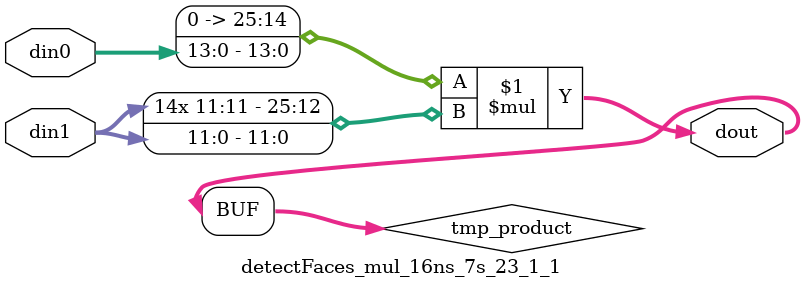
<source format=v>

`timescale 1 ns / 1 ps

  module detectFaces_mul_16ns_7s_23_1_1(din0, din1, dout);
parameter ID = 1;
parameter NUM_STAGE = 0;
parameter din0_WIDTH = 14;
parameter din1_WIDTH = 12;
parameter dout_WIDTH = 26;

input [din0_WIDTH - 1 : 0] din0; 
input [din1_WIDTH - 1 : 0] din1; 
output [dout_WIDTH - 1 : 0] dout;

wire signed [dout_WIDTH - 1 : 0] tmp_product;











assign tmp_product = $signed({1'b0, din0}) * $signed(din1);










assign dout = tmp_product;







endmodule

</source>
